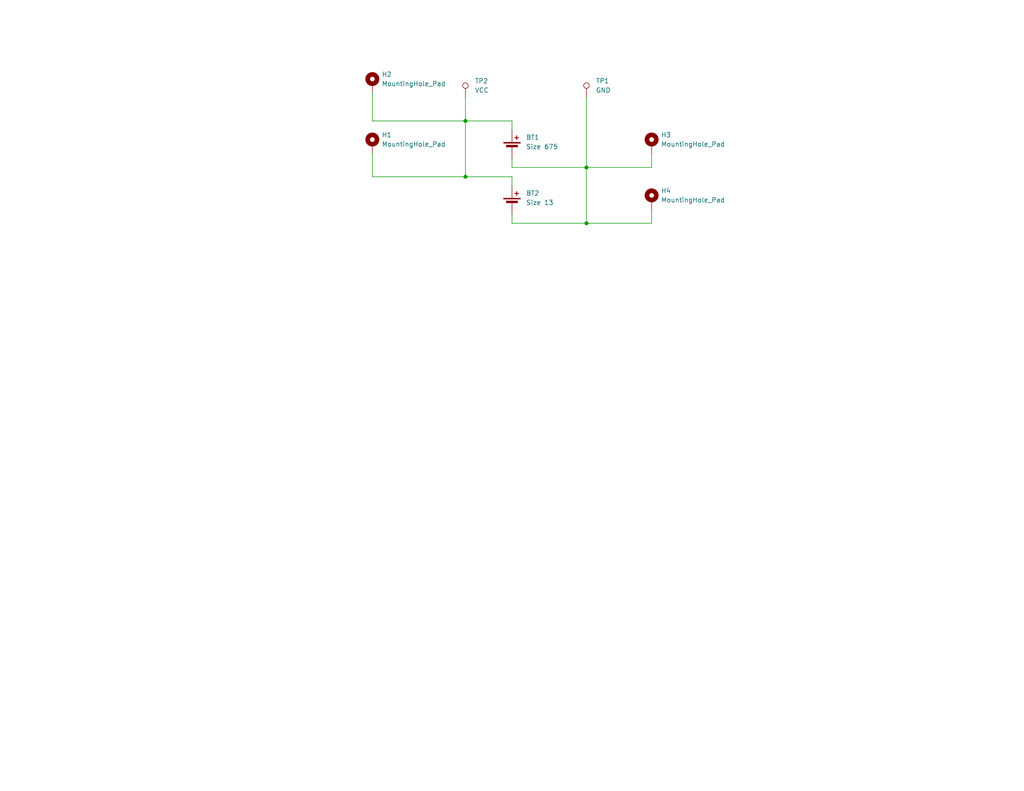
<source format=kicad_sch>
(kicad_sch (version 20250114) (generator "eeschema") (generator_version "9.0")
  (paper "USLetter")
  (title_block (title "Hearing aid battery test tool") (date "2025-03-12") (rev "1.0") (company "EmbedWise, LLC"))
  (lib_symbols
    (symbol "Battery_Cell_1" (pin_numbers (hide yes)) (pin_names (offset 0) (hide yes))
      (property "Reference" "BT1" (at 3.81 3.1116 0))
      (property "Value" "Size 675" (at 3.81 0.5716 0))
      (symbol "Battery_Cell_1_0_1"
        (rectangle (start -2.286 1.778) (end 2.286 1.524) (fill (type outline)))
        (rectangle (start -1.524 1.016) (end 1.524 0.508) (fill (type outline)))
        (polyline (pts (xy 0 1.778) (xy 0 2.54)))
        (polyline (pts (xy 0 0.762) (xy 0 0)))
        (polyline (pts (xy 0.762 3.048) (xy 1.778 3.048)) (stroke (width 0.254)))
        (polyline (pts (xy 1.27 3.556) (xy 1.27 2.54)) (stroke (width 0.254)))
      )
      (symbol "Battery_Cell_1_1_1"
        (pin passive line (at 0 5.08 270) (length 2.54) (name "+") (number "1"))
        (pin passive line (at 0 -2.54 90) (length 2.54) (name "-") (number "2"))
      )
    )
    (symbol "Connector:TestPoint" (pin_numbers (hide yes)) (pin_names (offset 0.762) (hide yes))
      (property "Reference" "TP" (at 0 6.858 0))
      (property "Value" "TestPoint" (at 0 5.08 0))
      (symbol "TestPoint_0_1"
        (circle (center 0 3.302) (radius 0.762))
      )
      (symbol "TestPoint_1_1"
        (pin passive line (at 0 0 90) (length 2.54) (name "1") (number "1"))
      )
    )
    (symbol "Device:Battery_Cell" (pin_numbers (hide yes)) (pin_names (offset 0) (hide yes))
      (property "Reference" "BT2" (at 3.81 3.1116 0))
      (property "Value" "Size 13" (at 3.81 0.5716 0))
      (symbol "Battery_Cell_0_1"
        (rectangle (start -2.286 1.778) (end 2.286 1.524) (fill (type outline)))
        (rectangle (start -1.524 1.016) (end 1.524 0.508) (fill (type outline)))
        (polyline (pts (xy 0 1.778) (xy 0 2.54)))
        (polyline (pts (xy 0 0.762) (xy 0 0)))
        (polyline (pts (xy 0.762 3.048) (xy 1.778 3.048)) (stroke (width 0.254)))
        (polyline (pts (xy 1.27 3.556) (xy 1.27 2.54)) (stroke (width 0.254)))
      )
      (symbol "Battery_Cell_1_1"
        (pin passive line (at 0 5.08 270) (length 2.54) (name "+") (number "1"))
        (pin passive line (at 0 -2.54 90) (length 2.54) (name "-") (number "2"))
      )
    )
    (symbol "Mechanical:MountingHole_Pad" (pin_numbers (hide yes)) (pin_names (offset 1.016) (hide yes)) (exclude_from_sim yes) (in_bom no)
      (property "Reference" "H" (at 0 6.35 0))
      (property "Value" "MountingHole_Pad" (at 0 4.445 0))
      (symbol "MountingHole_Pad_0_1"
        (circle (center 0 1.27) (radius 1.27) (stroke (width 1.27)))
      )
      (symbol "MountingHole_Pad_1_1"
        (pin input line (at 0 -2.54 90) (length 2.54) (name "1") (number "1"))
      )
    )
  )
  (junction (at 127 33.02))
  (junction (at 160.02 60.96))
  (junction (at 127 48.26))
  (junction (at 160.02 45.72))
  (wire (pts (xy 177.8 45.72) (xy 160.02 45.72)))
  (wire (pts (xy 127 33.02) (xy 127 48.26)))
  (wire (pts (xy 101.6 48.26) (xy 127 48.26)))
  (wire (pts (xy 101.6 25.4) (xy 101.6 33.02)))
  (wire (pts (xy 177.8 41.91) (xy 177.8 45.72)))
  (wire (pts (xy 177.8 57.15) (xy 177.8 60.96)))
  (wire (pts (xy 160.02 45.72) (xy 139.7 45.72)))
  (wire (pts (xy 177.8 60.96) (xy 160.02 60.96)))
  (wire (pts (xy 127 33.02) (xy 139.7 33.02)))
  (wire (pts (xy 160.02 26.67) (xy 160.02 45.72)))
  (wire (pts (xy 101.6 41.91) (xy 101.6 48.26)))
  (wire (pts (xy 139.7 50.8) (xy 139.7 48.26)))
  (wire (pts (xy 139.7 60.96) (xy 160.02 60.96)))
  (wire (pts (xy 127 26.67) (xy 127 33.02)))
  (wire (pts (xy 139.7 58.42) (xy 139.7 60.96)))
  (wire (pts (xy 160.02 60.96) (xy 160.02 45.72)))
  (wire (pts (xy 139.7 33.02) (xy 139.7 35.56)))
  (wire (pts (xy 101.6 33.02) (xy 127 33.02)))
  (wire (pts (xy 139.7 43.18) (xy 139.7 45.72)))
  (wire (pts (xy 127 48.26) (xy 139.7 48.26)))
  (symbol (lib_id "Connector:TestPoint") (at 127 26.67 0) (unit 1)
    (property "Reference" "TP2" (at 129.54 22.0979 0) (effects (justify left)))
    (property "Value" "VCC" (at 129.54 24.6379 0) (effects (justify left)))
    (property "Footprint" "TestPoint:TestPoint_Pad_4.0x4.0mm" (effects (hide yes)))
    (property "Description" "test point" (effects (hide yes)))
  )
  (symbol (lib_id "Device:Battery_Cell") (at 139.7 55.88 0) (unit 1)
    (property "Reference" "BT2" (at 143.51 52.7684 0) (effects (justify left)))
    (property "Value" "Size 13" (at 143.51 55.3084 0) (effects (justify left)))
    (property "Footprint" "2989:BAT_2989" (effects (hide yes)))
    (property "Description" "Single-cell battery" (effects (hide yes)))
  )
  (symbol (lib_name "Battery_Cell_1") (lib_id "Device:Battery_Cell") (at 139.7 40.64 0) (unit 1)
    (property "Reference" "BT1" (at 143.51 37.5284 0) (effects (justify left)))
    (property "Value" "Size 675" (at 143.51 40.0684 0) (effects (justify left)))
    (property "Footprint" "BK_5091:BAT_BK-5091" (effects (hide yes)))
    (property "Description" "Single-cell battery" (effects (hide yes)))
  )
  (symbol (lib_id "Mechanical:MountingHole_Pad") (at 101.6 39.37 0) (unit 1) (exclude_from_sim yes) (in_bom no)
    (property "Reference" "H1" (at 104.14 36.8299 0) (effects (justify left)))
    (property "Value" "MountingHole_Pad" (at 104.14 39.3699 0) (effects (justify left)))
    (property "Footprint" "MountingHole:MountingHole_4.3mm_M4_Pad_Via" (effects (hide yes)))
    (property "Description" "Mounting Hole with connection" (effects (hide yes)))
  )
  (symbol (lib_id "Connector:TestPoint") (at 160.02 26.67 0) (unit 1)
    (property "Reference" "TP1" (at 162.56 22.0979 0) (effects (justify left)))
    (property "Value" "GND" (at 162.56 24.6379 0) (effects (justify left)))
    (property "Footprint" "TestPoint:TestPoint_Pad_4.0x4.0mm" (effects (hide yes)))
    (property "Description" "test point" (effects (hide yes)))
  )
  (symbol (lib_id "Mechanical:MountingHole_Pad") (at 177.8 54.61 0) (unit 1) (exclude_from_sim yes) (in_bom no)
    (property "Reference" "H4" (at 180.34 52.0699 0) (effects (justify left)))
    (property "Value" "MountingHole_Pad" (at 180.34 54.6099 0) (effects (justify left)))
    (property "Footprint" "MountingHole:MountingHole_4.3mm_M4_Pad_Via" (effects (hide yes)))
    (property "Description" "Mounting Hole with connection" (effects (hide yes)))
  )
  (symbol (lib_id "Mechanical:MountingHole_Pad") (at 177.8 39.37 0) (unit 1) (exclude_from_sim yes) (in_bom no)
    (property "Reference" "H3" (at 180.34 36.8299 0) (effects (justify left)))
    (property "Value" "MountingHole_Pad" (at 180.34 39.3699 0) (effects (justify left)))
    (property "Footprint" "MountingHole:MountingHole_4.3mm_M4_Pad_Via" (effects (hide yes)))
    (property "Description" "Mounting Hole with connection" (effects (hide yes)))
  )
  (symbol (lib_id "Mechanical:MountingHole_Pad") (at 101.6 22.86 0) (unit 1) (exclude_from_sim yes) (in_bom no)
    (property "Reference" "H2" (at 104.14 20.3199 0) (effects (justify left)))
    (property "Value" "MountingHole_Pad" (at 104.14 22.8599 0) (effects (justify left)))
    (property "Footprint" "MountingHole:MountingHole_4.3mm_M4_Pad_Via" (effects (hide yes)))
    (property "Description" "Mounting Hole with connection" (effects (hide yes)))
  )
)
</source>
